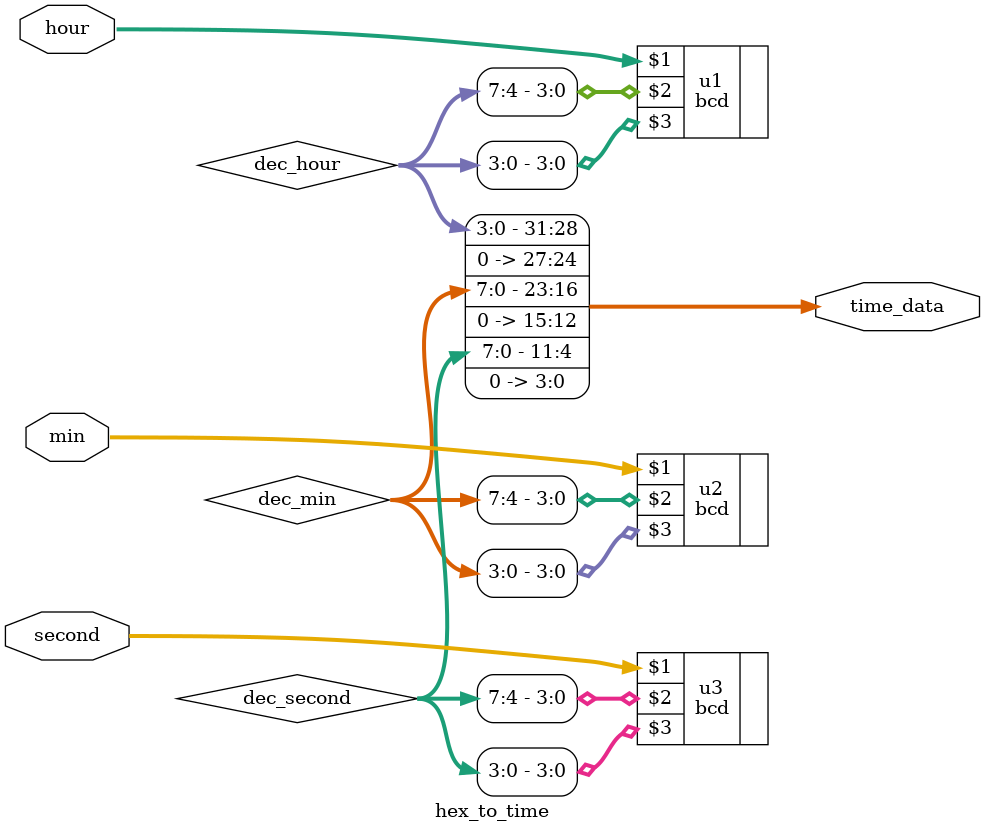
<source format=v>
module hex_to_time (
    input wire [5:0]hour,
    input wire [5:0]min,
    input wire [5:0]second,
    output reg [31:0]time_data
);

wire [7:0]dec_hour,dec_min,dec_second;

bcd u1(hour,dec_hour[7:4],dec_hour[3:0]);
bcd u2(min,dec_min[7:4],dec_min[3:0]);
bcd u3(second,dec_second[7:4],dec_second[3:0]);

always@*
    begin
        time_data[31:28]=dec_hour[3:0];

        time_data[27:24]=4'b0;

        time_data[23:20]=dec_min[7:4];
        time_data[19:16]=dec_min[3:0];

        time_data[15:12]=4'b0;

        time_data[11:8]=dec_second[7:4];
        time_data[7:4]=dec_second[3:0];

        time_data[3:0]=4'b0;
        
    end

endmodule
</source>
